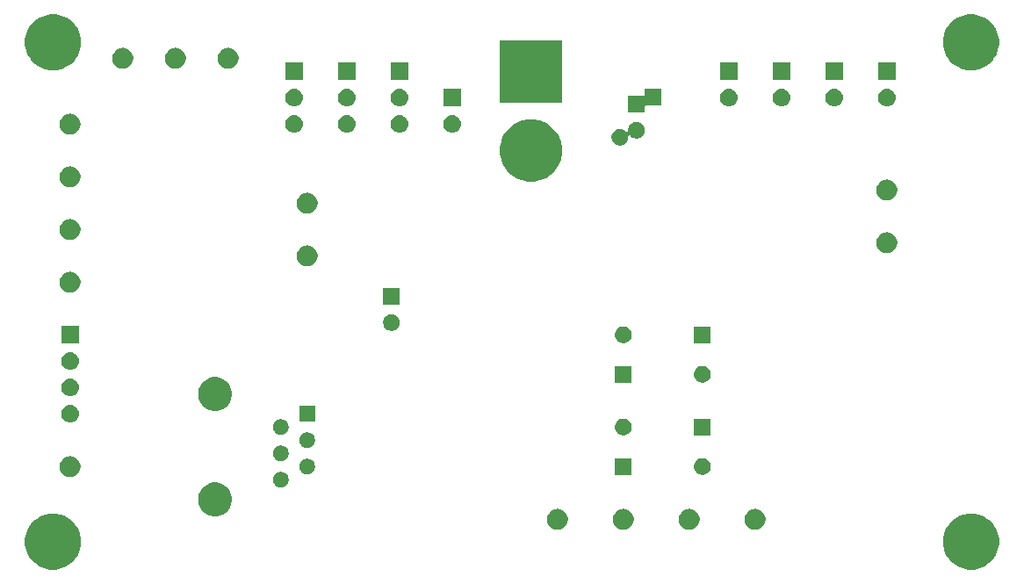
<source format=gbr>
G04 #@! TF.GenerationSoftware,KiCad,Pcbnew,5.0.2-bee76a0~70~ubuntu18.04.1*
G04 #@! TF.CreationDate,2019-06-19T23:08:53-07:00*
G04 #@! TF.ProjectId,aa-stalk-receiver-lvds,61612d73-7461-46c6-9b2d-726563656976,rev?*
G04 #@! TF.SameCoordinates,Original*
G04 #@! TF.FileFunction,Soldermask,Bot*
G04 #@! TF.FilePolarity,Negative*
%FSLAX46Y46*%
G04 Gerber Fmt 4.6, Leading zero omitted, Abs format (unit mm)*
G04 Created by KiCad (PCBNEW 5.0.2-bee76a0~70~ubuntu18.04.1) date Wed 19 Jun 2019 11:08:53 PM PDT*
%MOMM*%
%LPD*%
G01*
G04 APERTURE LIST*
%ADD10C,0.100000*%
G04 APERTURE END LIST*
D10*
G36*
X184175560Y-98622759D02*
X184626084Y-98809372D01*
X184666930Y-98826291D01*
X184686736Y-98839525D01*
X185109153Y-99121775D01*
X185485225Y-99497847D01*
X185485227Y-99497850D01*
X185509167Y-99533678D01*
X185780710Y-99940072D01*
X185984241Y-100431440D01*
X186088000Y-100953072D01*
X186088000Y-101484928D01*
X185984241Y-102006560D01*
X185780710Y-102497928D01*
X185485225Y-102940153D01*
X185109153Y-103316225D01*
X185109150Y-103316227D01*
X184666930Y-103611709D01*
X184666929Y-103611710D01*
X184666928Y-103611710D01*
X184175560Y-103815241D01*
X183653928Y-103919000D01*
X183122072Y-103919000D01*
X182600440Y-103815241D01*
X182109072Y-103611710D01*
X182109071Y-103611710D01*
X182109070Y-103611709D01*
X181666850Y-103316227D01*
X181666847Y-103316225D01*
X181290775Y-102940153D01*
X180995290Y-102497928D01*
X180791759Y-102006560D01*
X180688000Y-101484928D01*
X180688000Y-100953072D01*
X180791759Y-100431440D01*
X180995290Y-99940072D01*
X181266834Y-99533678D01*
X181290773Y-99497850D01*
X181290775Y-99497847D01*
X181666847Y-99121775D01*
X182089264Y-98839525D01*
X182109070Y-98826291D01*
X182149916Y-98809372D01*
X182600440Y-98622759D01*
X183122072Y-98519000D01*
X183653928Y-98519000D01*
X184175560Y-98622759D01*
X184175560Y-98622759D01*
G37*
G36*
X95656560Y-98622759D02*
X96107084Y-98809372D01*
X96147930Y-98826291D01*
X96167736Y-98839525D01*
X96590153Y-99121775D01*
X96966225Y-99497847D01*
X96966227Y-99497850D01*
X96990167Y-99533678D01*
X97261710Y-99940072D01*
X97465241Y-100431440D01*
X97569000Y-100953072D01*
X97569000Y-101484928D01*
X97465241Y-102006560D01*
X97261710Y-102497928D01*
X96966225Y-102940153D01*
X96590153Y-103316225D01*
X96590150Y-103316227D01*
X96147930Y-103611709D01*
X96147929Y-103611710D01*
X96147928Y-103611710D01*
X95656560Y-103815241D01*
X95134928Y-103919000D01*
X94603072Y-103919000D01*
X94081440Y-103815241D01*
X93590072Y-103611710D01*
X93590071Y-103611710D01*
X93590070Y-103611709D01*
X93147850Y-103316227D01*
X93147847Y-103316225D01*
X92771775Y-102940153D01*
X92476290Y-102497928D01*
X92272759Y-102006560D01*
X92169000Y-101484928D01*
X92169000Y-100953072D01*
X92272759Y-100431440D01*
X92476290Y-99940072D01*
X92747834Y-99533678D01*
X92771773Y-99497850D01*
X92771775Y-99497847D01*
X93147847Y-99121775D01*
X93570264Y-98839525D01*
X93590070Y-98826291D01*
X93630916Y-98809372D01*
X94081440Y-98622759D01*
X94603072Y-98519000D01*
X95134928Y-98519000D01*
X95656560Y-98622759D01*
X95656560Y-98622759D01*
G37*
G36*
X150035770Y-98075372D02*
X150151689Y-98098429D01*
X150333678Y-98173811D01*
X150497463Y-98283249D01*
X150636751Y-98422537D01*
X150746189Y-98586322D01*
X150821571Y-98768311D01*
X150860000Y-98961509D01*
X150860000Y-99158491D01*
X150821571Y-99351689D01*
X150746189Y-99533678D01*
X150636751Y-99697463D01*
X150497463Y-99836751D01*
X150333678Y-99946189D01*
X150151689Y-100021571D01*
X150035770Y-100044628D01*
X149958493Y-100060000D01*
X149761507Y-100060000D01*
X149684230Y-100044628D01*
X149568311Y-100021571D01*
X149386322Y-99946189D01*
X149222537Y-99836751D01*
X149083249Y-99697463D01*
X148973811Y-99533678D01*
X148898429Y-99351689D01*
X148860000Y-99158491D01*
X148860000Y-98961509D01*
X148898429Y-98768311D01*
X148973811Y-98586322D01*
X149083249Y-98422537D01*
X149222537Y-98283249D01*
X149386322Y-98173811D01*
X149568311Y-98098429D01*
X149684230Y-98075372D01*
X149761507Y-98060000D01*
X149958493Y-98060000D01*
X150035770Y-98075372D01*
X150035770Y-98075372D01*
G37*
G36*
X143685770Y-98075372D02*
X143801689Y-98098429D01*
X143983678Y-98173811D01*
X144147463Y-98283249D01*
X144286751Y-98422537D01*
X144396189Y-98586322D01*
X144471571Y-98768311D01*
X144510000Y-98961509D01*
X144510000Y-99158491D01*
X144471571Y-99351689D01*
X144396189Y-99533678D01*
X144286751Y-99697463D01*
X144147463Y-99836751D01*
X143983678Y-99946189D01*
X143801689Y-100021571D01*
X143685770Y-100044628D01*
X143608493Y-100060000D01*
X143411507Y-100060000D01*
X143334230Y-100044628D01*
X143218311Y-100021571D01*
X143036322Y-99946189D01*
X142872537Y-99836751D01*
X142733249Y-99697463D01*
X142623811Y-99533678D01*
X142548429Y-99351689D01*
X142510000Y-99158491D01*
X142510000Y-98961509D01*
X142548429Y-98768311D01*
X142623811Y-98586322D01*
X142733249Y-98422537D01*
X142872537Y-98283249D01*
X143036322Y-98173811D01*
X143218311Y-98098429D01*
X143334230Y-98075372D01*
X143411507Y-98060000D01*
X143608493Y-98060000D01*
X143685770Y-98075372D01*
X143685770Y-98075372D01*
G37*
G36*
X162735770Y-98075372D02*
X162851689Y-98098429D01*
X163033678Y-98173811D01*
X163197463Y-98283249D01*
X163336751Y-98422537D01*
X163446189Y-98586322D01*
X163521571Y-98768311D01*
X163560000Y-98961509D01*
X163560000Y-99158491D01*
X163521571Y-99351689D01*
X163446189Y-99533678D01*
X163336751Y-99697463D01*
X163197463Y-99836751D01*
X163033678Y-99946189D01*
X162851689Y-100021571D01*
X162735770Y-100044628D01*
X162658493Y-100060000D01*
X162461507Y-100060000D01*
X162384230Y-100044628D01*
X162268311Y-100021571D01*
X162086322Y-99946189D01*
X161922537Y-99836751D01*
X161783249Y-99697463D01*
X161673811Y-99533678D01*
X161598429Y-99351689D01*
X161560000Y-99158491D01*
X161560000Y-98961509D01*
X161598429Y-98768311D01*
X161673811Y-98586322D01*
X161783249Y-98422537D01*
X161922537Y-98283249D01*
X162086322Y-98173811D01*
X162268311Y-98098429D01*
X162384230Y-98075372D01*
X162461507Y-98060000D01*
X162658493Y-98060000D01*
X162735770Y-98075372D01*
X162735770Y-98075372D01*
G37*
G36*
X156385770Y-98075372D02*
X156501689Y-98098429D01*
X156683678Y-98173811D01*
X156847463Y-98283249D01*
X156986751Y-98422537D01*
X157096189Y-98586322D01*
X157171571Y-98768311D01*
X157210000Y-98961509D01*
X157210000Y-99158491D01*
X157171571Y-99351689D01*
X157096189Y-99533678D01*
X156986751Y-99697463D01*
X156847463Y-99836751D01*
X156683678Y-99946189D01*
X156501689Y-100021571D01*
X156385770Y-100044628D01*
X156308493Y-100060000D01*
X156111507Y-100060000D01*
X156034230Y-100044628D01*
X155918311Y-100021571D01*
X155736322Y-99946189D01*
X155572537Y-99836751D01*
X155433249Y-99697463D01*
X155323811Y-99533678D01*
X155248429Y-99351689D01*
X155210000Y-99158491D01*
X155210000Y-98961509D01*
X155248429Y-98768311D01*
X155323811Y-98586322D01*
X155433249Y-98422537D01*
X155572537Y-98283249D01*
X155736322Y-98173811D01*
X155918311Y-98098429D01*
X156034230Y-98075372D01*
X156111507Y-98060000D01*
X156308493Y-98060000D01*
X156385770Y-98075372D01*
X156385770Y-98075372D01*
G37*
G36*
X110963992Y-95587447D02*
X110963994Y-95587448D01*
X110963995Y-95587448D01*
X111259726Y-95709943D01*
X111259727Y-95709944D01*
X111525880Y-95887782D01*
X111752218Y-96114120D01*
X111752220Y-96114123D01*
X111930057Y-96380274D01*
X112052552Y-96676005D01*
X112115000Y-96989951D01*
X112115000Y-97310049D01*
X112052552Y-97623995D01*
X111930057Y-97919726D01*
X111810651Y-98098429D01*
X111752218Y-98185880D01*
X111525880Y-98412218D01*
X111525877Y-98412220D01*
X111259726Y-98590057D01*
X110963995Y-98712552D01*
X110963994Y-98712552D01*
X110963992Y-98712553D01*
X110650050Y-98775000D01*
X110329950Y-98775000D01*
X110016008Y-98712553D01*
X110016006Y-98712552D01*
X110016005Y-98712552D01*
X109720274Y-98590057D01*
X109454123Y-98412220D01*
X109454120Y-98412218D01*
X109227782Y-98185880D01*
X109169349Y-98098429D01*
X109049943Y-97919726D01*
X108927448Y-97623995D01*
X108865000Y-97310049D01*
X108865000Y-96989951D01*
X108927448Y-96676005D01*
X109049943Y-96380274D01*
X109227780Y-96114123D01*
X109227782Y-96114120D01*
X109454120Y-95887782D01*
X109720273Y-95709944D01*
X109720274Y-95709943D01*
X110016005Y-95587448D01*
X110016006Y-95587448D01*
X110016008Y-95587447D01*
X110329950Y-95525000D01*
X110650050Y-95525000D01*
X110963992Y-95587447D01*
X110963992Y-95587447D01*
G37*
G36*
X117061683Y-94519206D02*
X117199992Y-94576495D01*
X117199995Y-94576497D01*
X117307595Y-94648393D01*
X117324476Y-94659673D01*
X117430327Y-94765524D01*
X117513505Y-94890008D01*
X117570794Y-95028317D01*
X117600000Y-95175145D01*
X117600000Y-95324855D01*
X117570794Y-95471683D01*
X117513505Y-95609992D01*
X117430327Y-95734476D01*
X117324476Y-95840327D01*
X117199992Y-95923505D01*
X117061683Y-95980794D01*
X116914855Y-96010000D01*
X116765145Y-96010000D01*
X116618317Y-95980794D01*
X116480008Y-95923505D01*
X116355524Y-95840327D01*
X116249673Y-95734476D01*
X116166495Y-95609992D01*
X116109206Y-95471683D01*
X116080000Y-95324855D01*
X116080000Y-95175145D01*
X116109206Y-95028317D01*
X116166495Y-94890008D01*
X116249673Y-94765524D01*
X116355524Y-94659673D01*
X116372406Y-94648393D01*
X116480005Y-94576497D01*
X116480008Y-94576495D01*
X116618317Y-94519206D01*
X116765145Y-94490000D01*
X116914855Y-94490000D01*
X117061683Y-94519206D01*
X117061683Y-94519206D01*
G37*
G36*
X96695770Y-92995372D02*
X96811689Y-93018429D01*
X96993678Y-93093811D01*
X97157463Y-93203249D01*
X97296751Y-93342537D01*
X97406189Y-93506322D01*
X97481571Y-93688311D01*
X97520000Y-93881509D01*
X97520000Y-94078491D01*
X97481571Y-94271689D01*
X97406189Y-94453678D01*
X97296751Y-94617463D01*
X97157463Y-94756751D01*
X96993678Y-94866189D01*
X96811689Y-94941571D01*
X96695770Y-94964628D01*
X96618493Y-94980000D01*
X96421507Y-94980000D01*
X96344230Y-94964628D01*
X96228311Y-94941571D01*
X96046322Y-94866189D01*
X95882537Y-94756751D01*
X95743249Y-94617463D01*
X95633811Y-94453678D01*
X95558429Y-94271689D01*
X95520000Y-94078491D01*
X95520000Y-93881509D01*
X95558429Y-93688311D01*
X95633811Y-93506322D01*
X95743249Y-93342537D01*
X95882537Y-93203249D01*
X96046322Y-93093811D01*
X96228311Y-93018429D01*
X96344230Y-92995372D01*
X96421507Y-92980000D01*
X96618493Y-92980000D01*
X96695770Y-92995372D01*
X96695770Y-92995372D01*
G37*
G36*
X150660000Y-94780000D02*
X149060000Y-94780000D01*
X149060000Y-93180000D01*
X150660000Y-93180000D01*
X150660000Y-94780000D01*
X150660000Y-94780000D01*
G37*
G36*
X157597649Y-93187717D02*
X157636827Y-93191576D01*
X157712227Y-93214448D01*
X157787629Y-93237321D01*
X157926608Y-93311608D01*
X158048422Y-93411578D01*
X158148392Y-93533392D01*
X158222679Y-93672371D01*
X158222679Y-93672372D01*
X158268424Y-93823173D01*
X158283870Y-93980000D01*
X158274170Y-94078491D01*
X158268424Y-94136826D01*
X158222679Y-94287629D01*
X158148392Y-94426608D01*
X158048422Y-94548422D01*
X157926608Y-94648392D01*
X157787629Y-94722679D01*
X157712228Y-94745551D01*
X157636827Y-94768424D01*
X157597649Y-94772283D01*
X157519295Y-94780000D01*
X157440705Y-94780000D01*
X157362351Y-94772283D01*
X157323173Y-94768424D01*
X157247772Y-94745551D01*
X157172371Y-94722679D01*
X157033392Y-94648392D01*
X156911578Y-94548422D01*
X156811608Y-94426608D01*
X156737321Y-94287629D01*
X156691576Y-94136826D01*
X156685831Y-94078491D01*
X156676130Y-93980000D01*
X156691576Y-93823173D01*
X156737321Y-93672372D01*
X156737321Y-93672371D01*
X156811608Y-93533392D01*
X156911578Y-93411578D01*
X157033392Y-93311608D01*
X157172371Y-93237321D01*
X157247773Y-93214448D01*
X157323173Y-93191576D01*
X157362351Y-93187717D01*
X157440705Y-93180000D01*
X157519295Y-93180000D01*
X157597649Y-93187717D01*
X157597649Y-93187717D01*
G37*
G36*
X119601683Y-93249206D02*
X119739992Y-93306495D01*
X119739995Y-93306497D01*
X119793933Y-93342537D01*
X119864476Y-93389673D01*
X119970327Y-93495524D01*
X120053505Y-93620008D01*
X120110794Y-93758317D01*
X120140000Y-93905145D01*
X120140000Y-94054855D01*
X120110794Y-94201683D01*
X120053505Y-94339992D01*
X119970327Y-94464476D01*
X119864476Y-94570327D01*
X119864473Y-94570329D01*
X119864472Y-94570330D01*
X119793928Y-94617466D01*
X119739992Y-94653505D01*
X119601683Y-94710794D01*
X119454855Y-94740000D01*
X119305145Y-94740000D01*
X119158317Y-94710794D01*
X119020008Y-94653505D01*
X118966072Y-94617466D01*
X118895528Y-94570330D01*
X118895527Y-94570329D01*
X118895524Y-94570327D01*
X118789673Y-94464476D01*
X118706495Y-94339992D01*
X118649206Y-94201683D01*
X118620000Y-94054855D01*
X118620000Y-93905145D01*
X118649206Y-93758317D01*
X118706495Y-93620008D01*
X118789673Y-93495524D01*
X118895524Y-93389673D01*
X118966068Y-93342537D01*
X119020005Y-93306497D01*
X119020008Y-93306495D01*
X119158317Y-93249206D01*
X119305145Y-93220000D01*
X119454855Y-93220000D01*
X119601683Y-93249206D01*
X119601683Y-93249206D01*
G37*
G36*
X117061683Y-91979206D02*
X117199992Y-92036495D01*
X117324476Y-92119673D01*
X117430327Y-92225524D01*
X117513505Y-92350008D01*
X117570794Y-92488317D01*
X117600000Y-92635145D01*
X117600000Y-92784855D01*
X117570794Y-92931683D01*
X117513505Y-93069992D01*
X117430327Y-93194476D01*
X117324476Y-93300327D01*
X117324473Y-93300329D01*
X117324472Y-93300330D01*
X117307593Y-93311608D01*
X117199992Y-93383505D01*
X117061683Y-93440794D01*
X116914855Y-93470000D01*
X116765145Y-93470000D01*
X116618317Y-93440794D01*
X116480008Y-93383505D01*
X116372407Y-93311608D01*
X116355528Y-93300330D01*
X116355527Y-93300329D01*
X116355524Y-93300327D01*
X116249673Y-93194476D01*
X116166495Y-93069992D01*
X116109206Y-92931683D01*
X116080000Y-92784855D01*
X116080000Y-92635145D01*
X116109206Y-92488317D01*
X116166495Y-92350008D01*
X116249673Y-92225524D01*
X116355524Y-92119673D01*
X116480008Y-92036495D01*
X116618317Y-91979206D01*
X116765145Y-91950000D01*
X116914855Y-91950000D01*
X117061683Y-91979206D01*
X117061683Y-91979206D01*
G37*
G36*
X119601683Y-90709206D02*
X119739992Y-90766495D01*
X119739995Y-90766497D01*
X119847595Y-90838393D01*
X119864476Y-90849673D01*
X119970327Y-90955524D01*
X120053505Y-91080008D01*
X120110794Y-91218317D01*
X120140000Y-91365145D01*
X120140000Y-91514855D01*
X120110794Y-91661683D01*
X120053505Y-91799992D01*
X119970327Y-91924476D01*
X119864476Y-92030327D01*
X119739992Y-92113505D01*
X119601683Y-92170794D01*
X119454855Y-92200000D01*
X119305145Y-92200000D01*
X119158317Y-92170794D01*
X119020008Y-92113505D01*
X118895524Y-92030327D01*
X118789673Y-91924476D01*
X118706495Y-91799992D01*
X118649206Y-91661683D01*
X118620000Y-91514855D01*
X118620000Y-91365145D01*
X118649206Y-91218317D01*
X118706495Y-91080008D01*
X118789673Y-90955524D01*
X118895524Y-90849673D01*
X118912406Y-90838393D01*
X119020005Y-90766497D01*
X119020008Y-90766495D01*
X119158317Y-90709206D01*
X119305145Y-90680000D01*
X119454855Y-90680000D01*
X119601683Y-90709206D01*
X119601683Y-90709206D01*
G37*
G36*
X149977649Y-89377717D02*
X150016827Y-89381576D01*
X150092228Y-89404449D01*
X150167629Y-89427321D01*
X150306608Y-89501608D01*
X150428422Y-89601578D01*
X150528392Y-89723392D01*
X150602679Y-89862371D01*
X150648424Y-90013174D01*
X150663870Y-90170000D01*
X150648424Y-90326826D01*
X150602679Y-90477629D01*
X150528392Y-90616608D01*
X150428422Y-90738422D01*
X150306608Y-90838392D01*
X150167629Y-90912679D01*
X150092227Y-90935552D01*
X150016827Y-90958424D01*
X149977649Y-90962283D01*
X149899295Y-90970000D01*
X149820705Y-90970000D01*
X149742351Y-90962283D01*
X149703173Y-90958424D01*
X149627773Y-90935552D01*
X149552371Y-90912679D01*
X149413392Y-90838392D01*
X149291578Y-90738422D01*
X149191608Y-90616608D01*
X149117321Y-90477629D01*
X149071576Y-90326826D01*
X149056130Y-90170000D01*
X149071576Y-90013174D01*
X149117321Y-89862371D01*
X149191608Y-89723392D01*
X149291578Y-89601578D01*
X149413392Y-89501608D01*
X149552371Y-89427321D01*
X149627772Y-89404449D01*
X149703173Y-89381576D01*
X149742351Y-89377717D01*
X149820705Y-89370000D01*
X149899295Y-89370000D01*
X149977649Y-89377717D01*
X149977649Y-89377717D01*
G37*
G36*
X158280000Y-90970000D02*
X156680000Y-90970000D01*
X156680000Y-89370000D01*
X158280000Y-89370000D01*
X158280000Y-90970000D01*
X158280000Y-90970000D01*
G37*
G36*
X117061683Y-89439206D02*
X117199992Y-89496495D01*
X117324476Y-89579673D01*
X117430326Y-89685523D01*
X117430328Y-89685526D01*
X117430330Y-89685528D01*
X117455631Y-89723394D01*
X117513505Y-89810008D01*
X117570794Y-89948317D01*
X117600000Y-90095145D01*
X117600000Y-90244855D01*
X117570794Y-90391683D01*
X117513505Y-90529992D01*
X117430327Y-90654476D01*
X117324476Y-90760327D01*
X117199992Y-90843505D01*
X117061683Y-90900794D01*
X116914855Y-90930000D01*
X116765145Y-90930000D01*
X116618317Y-90900794D01*
X116480008Y-90843505D01*
X116355524Y-90760327D01*
X116249673Y-90654476D01*
X116166495Y-90529992D01*
X116109206Y-90391683D01*
X116080000Y-90244855D01*
X116080000Y-90095145D01*
X116109206Y-89948317D01*
X116166495Y-89810008D01*
X116224369Y-89723394D01*
X116249670Y-89685528D01*
X116249672Y-89685526D01*
X116249674Y-89685523D01*
X116355524Y-89579673D01*
X116480008Y-89496495D01*
X116618317Y-89439206D01*
X116765145Y-89410000D01*
X116914855Y-89410000D01*
X117061683Y-89439206D01*
X117061683Y-89439206D01*
G37*
G36*
X96686630Y-88062299D02*
X96846855Y-88110903D01*
X96994520Y-88189831D01*
X97123949Y-88296051D01*
X97230169Y-88425480D01*
X97309097Y-88573145D01*
X97357701Y-88733370D01*
X97374112Y-88900000D01*
X97357701Y-89066630D01*
X97309097Y-89226855D01*
X97230169Y-89374520D01*
X97123949Y-89503949D01*
X96994520Y-89610169D01*
X96846855Y-89689097D01*
X96686630Y-89737701D01*
X96561752Y-89750000D01*
X96478248Y-89750000D01*
X96353370Y-89737701D01*
X96193145Y-89689097D01*
X96045480Y-89610169D01*
X95916051Y-89503949D01*
X95809831Y-89374520D01*
X95730903Y-89226855D01*
X95682299Y-89066630D01*
X95665888Y-88900000D01*
X95682299Y-88733370D01*
X95730903Y-88573145D01*
X95809831Y-88425480D01*
X95916051Y-88296051D01*
X96045480Y-88189831D01*
X96193145Y-88110903D01*
X96353370Y-88062299D01*
X96478248Y-88050000D01*
X96561752Y-88050000D01*
X96686630Y-88062299D01*
X96686630Y-88062299D01*
G37*
G36*
X120140000Y-89660000D02*
X118620000Y-89660000D01*
X118620000Y-88140000D01*
X120140000Y-88140000D01*
X120140000Y-89660000D01*
X120140000Y-89660000D01*
G37*
G36*
X110963992Y-85427447D02*
X110963994Y-85427448D01*
X110963995Y-85427448D01*
X111259726Y-85549943D01*
X111409218Y-85649831D01*
X111525880Y-85727782D01*
X111752218Y-85954120D01*
X111752220Y-85954123D01*
X111930057Y-86220274D01*
X111987933Y-86360000D01*
X112052553Y-86516008D01*
X112115000Y-86829950D01*
X112115000Y-87150050D01*
X112105522Y-87197701D01*
X112052552Y-87463995D01*
X111930057Y-87759726D01*
X111930056Y-87759727D01*
X111752218Y-88025880D01*
X111525880Y-88252218D01*
X111525877Y-88252220D01*
X111259726Y-88430057D01*
X110963995Y-88552552D01*
X110963994Y-88552552D01*
X110963992Y-88552553D01*
X110650050Y-88615000D01*
X110329950Y-88615000D01*
X110016008Y-88552553D01*
X110016006Y-88552552D01*
X110016005Y-88552552D01*
X109720274Y-88430057D01*
X109454123Y-88252220D01*
X109454120Y-88252218D01*
X109227782Y-88025880D01*
X109049944Y-87759727D01*
X109049943Y-87759726D01*
X108927448Y-87463995D01*
X108874479Y-87197701D01*
X108865000Y-87150050D01*
X108865000Y-86829950D01*
X108927447Y-86516008D01*
X108992067Y-86360000D01*
X109049943Y-86220274D01*
X109227780Y-85954123D01*
X109227782Y-85954120D01*
X109454120Y-85727782D01*
X109570782Y-85649831D01*
X109720274Y-85549943D01*
X110016005Y-85427448D01*
X110016006Y-85427448D01*
X110016008Y-85427447D01*
X110329950Y-85365000D01*
X110650050Y-85365000D01*
X110963992Y-85427447D01*
X110963992Y-85427447D01*
G37*
G36*
X96686630Y-85522299D02*
X96846855Y-85570903D01*
X96994520Y-85649831D01*
X97123949Y-85756051D01*
X97230169Y-85885480D01*
X97309097Y-86033145D01*
X97357701Y-86193370D01*
X97374112Y-86360000D01*
X97357701Y-86526630D01*
X97309097Y-86686855D01*
X97230169Y-86834520D01*
X97123949Y-86963949D01*
X96994520Y-87070169D01*
X96846855Y-87149097D01*
X96686630Y-87197701D01*
X96561752Y-87210000D01*
X96478248Y-87210000D01*
X96353370Y-87197701D01*
X96193145Y-87149097D01*
X96045480Y-87070169D01*
X95916051Y-86963949D01*
X95809831Y-86834520D01*
X95730903Y-86686855D01*
X95682299Y-86526630D01*
X95665888Y-86360000D01*
X95682299Y-86193370D01*
X95730903Y-86033145D01*
X95809831Y-85885480D01*
X95916051Y-85756051D01*
X96045480Y-85649831D01*
X96193145Y-85570903D01*
X96353370Y-85522299D01*
X96478248Y-85510000D01*
X96561752Y-85510000D01*
X96686630Y-85522299D01*
X96686630Y-85522299D01*
G37*
G36*
X157597649Y-84297717D02*
X157636827Y-84301576D01*
X157712227Y-84324448D01*
X157787629Y-84347321D01*
X157926608Y-84421608D01*
X158048422Y-84521578D01*
X158148392Y-84643392D01*
X158222679Y-84782371D01*
X158268424Y-84933174D01*
X158283870Y-85090000D01*
X158268424Y-85246826D01*
X158222679Y-85397629D01*
X158148392Y-85536608D01*
X158048422Y-85658422D01*
X157926608Y-85758392D01*
X157787629Y-85832679D01*
X157712228Y-85855551D01*
X157636827Y-85878424D01*
X157597649Y-85882283D01*
X157519295Y-85890000D01*
X157440705Y-85890000D01*
X157362351Y-85882283D01*
X157323173Y-85878424D01*
X157247772Y-85855551D01*
X157172371Y-85832679D01*
X157033392Y-85758392D01*
X156911578Y-85658422D01*
X156811608Y-85536608D01*
X156737321Y-85397629D01*
X156691576Y-85246826D01*
X156676130Y-85090000D01*
X156691576Y-84933174D01*
X156737321Y-84782371D01*
X156811608Y-84643392D01*
X156911578Y-84521578D01*
X157033392Y-84421608D01*
X157172371Y-84347321D01*
X157247773Y-84324448D01*
X157323173Y-84301576D01*
X157362351Y-84297717D01*
X157440705Y-84290000D01*
X157519295Y-84290000D01*
X157597649Y-84297717D01*
X157597649Y-84297717D01*
G37*
G36*
X150660000Y-85890000D02*
X149060000Y-85890000D01*
X149060000Y-84290000D01*
X150660000Y-84290000D01*
X150660000Y-85890000D01*
X150660000Y-85890000D01*
G37*
G36*
X96686630Y-82982299D02*
X96846855Y-83030903D01*
X96994520Y-83109831D01*
X97123949Y-83216051D01*
X97230169Y-83345480D01*
X97309097Y-83493145D01*
X97357701Y-83653370D01*
X97374112Y-83820000D01*
X97357701Y-83986630D01*
X97309097Y-84146855D01*
X97230169Y-84294520D01*
X97123949Y-84423949D01*
X96994520Y-84530169D01*
X96846855Y-84609097D01*
X96686630Y-84657701D01*
X96561752Y-84670000D01*
X96478248Y-84670000D01*
X96353370Y-84657701D01*
X96193145Y-84609097D01*
X96045480Y-84530169D01*
X95916051Y-84423949D01*
X95809831Y-84294520D01*
X95730903Y-84146855D01*
X95682299Y-83986630D01*
X95665888Y-83820000D01*
X95682299Y-83653370D01*
X95730903Y-83493145D01*
X95809831Y-83345480D01*
X95916051Y-83216051D01*
X96045480Y-83109831D01*
X96193145Y-83030903D01*
X96353370Y-82982299D01*
X96478248Y-82970000D01*
X96561752Y-82970000D01*
X96686630Y-82982299D01*
X96686630Y-82982299D01*
G37*
G36*
X97370000Y-82130000D02*
X95670000Y-82130000D01*
X95670000Y-80430000D01*
X97370000Y-80430000D01*
X97370000Y-82130000D01*
X97370000Y-82130000D01*
G37*
G36*
X149977649Y-80487717D02*
X150016827Y-80491576D01*
X150092227Y-80514448D01*
X150167629Y-80537321D01*
X150306608Y-80611608D01*
X150428422Y-80711578D01*
X150528392Y-80833392D01*
X150602679Y-80972371D01*
X150648424Y-81123174D01*
X150663870Y-81280000D01*
X150648424Y-81436826D01*
X150602679Y-81587629D01*
X150528392Y-81726608D01*
X150428422Y-81848422D01*
X150306608Y-81948392D01*
X150167629Y-82022679D01*
X150092227Y-82045552D01*
X150016827Y-82068424D01*
X149977649Y-82072283D01*
X149899295Y-82080000D01*
X149820705Y-82080000D01*
X149742351Y-82072283D01*
X149703173Y-82068424D01*
X149627773Y-82045552D01*
X149552371Y-82022679D01*
X149413392Y-81948392D01*
X149291578Y-81848422D01*
X149191608Y-81726608D01*
X149117321Y-81587629D01*
X149071576Y-81436826D01*
X149056130Y-81280000D01*
X149071576Y-81123174D01*
X149117321Y-80972371D01*
X149191608Y-80833392D01*
X149291578Y-80711578D01*
X149413392Y-80611608D01*
X149552371Y-80537321D01*
X149627773Y-80514448D01*
X149703173Y-80491576D01*
X149742351Y-80487717D01*
X149820705Y-80480000D01*
X149899295Y-80480000D01*
X149977649Y-80487717D01*
X149977649Y-80487717D01*
G37*
G36*
X158280000Y-82080000D02*
X156680000Y-82080000D01*
X156680000Y-80480000D01*
X158280000Y-80480000D01*
X158280000Y-82080000D01*
X158280000Y-82080000D01*
G37*
G36*
X127741352Y-79327743D02*
X127886941Y-79388048D01*
X128017973Y-79475601D01*
X128129399Y-79587027D01*
X128216952Y-79718059D01*
X128277257Y-79863648D01*
X128308000Y-80018205D01*
X128308000Y-80175795D01*
X128277257Y-80330352D01*
X128216952Y-80475941D01*
X128129399Y-80606973D01*
X128017973Y-80718399D01*
X127886941Y-80805952D01*
X127741352Y-80866257D01*
X127586795Y-80897000D01*
X127429205Y-80897000D01*
X127274648Y-80866257D01*
X127129059Y-80805952D01*
X126998027Y-80718399D01*
X126886601Y-80606973D01*
X126799048Y-80475941D01*
X126738743Y-80330352D01*
X126708000Y-80175795D01*
X126708000Y-80018205D01*
X126738743Y-79863648D01*
X126799048Y-79718059D01*
X126886601Y-79587027D01*
X126998027Y-79475601D01*
X127129059Y-79388048D01*
X127274648Y-79327743D01*
X127429205Y-79297000D01*
X127586795Y-79297000D01*
X127741352Y-79327743D01*
X127741352Y-79327743D01*
G37*
G36*
X128308000Y-78397000D02*
X126708000Y-78397000D01*
X126708000Y-76797000D01*
X128308000Y-76797000D01*
X128308000Y-78397000D01*
X128308000Y-78397000D01*
G37*
G36*
X96695770Y-75215372D02*
X96811689Y-75238429D01*
X96993678Y-75313811D01*
X97157463Y-75423249D01*
X97296751Y-75562537D01*
X97406189Y-75726322D01*
X97481571Y-75908311D01*
X97520000Y-76101509D01*
X97520000Y-76298491D01*
X97481571Y-76491689D01*
X97406189Y-76673678D01*
X97296751Y-76837463D01*
X97157463Y-76976751D01*
X96993678Y-77086189D01*
X96811689Y-77161571D01*
X96695770Y-77184628D01*
X96618493Y-77200000D01*
X96421507Y-77200000D01*
X96344230Y-77184628D01*
X96228311Y-77161571D01*
X96046322Y-77086189D01*
X95882537Y-76976751D01*
X95743249Y-76837463D01*
X95633811Y-76673678D01*
X95558429Y-76491689D01*
X95520000Y-76298491D01*
X95520000Y-76101509D01*
X95558429Y-75908311D01*
X95633811Y-75726322D01*
X95743249Y-75562537D01*
X95882537Y-75423249D01*
X96046322Y-75313811D01*
X96228311Y-75238429D01*
X96344230Y-75215372D01*
X96421507Y-75200000D01*
X96618493Y-75200000D01*
X96695770Y-75215372D01*
X96695770Y-75215372D01*
G37*
G36*
X119555770Y-72675372D02*
X119671689Y-72698429D01*
X119853678Y-72773811D01*
X120017463Y-72883249D01*
X120156751Y-73022537D01*
X120266189Y-73186322D01*
X120341571Y-73368311D01*
X120380000Y-73561509D01*
X120380000Y-73758491D01*
X120341571Y-73951689D01*
X120266189Y-74133678D01*
X120156751Y-74297463D01*
X120017463Y-74436751D01*
X119853678Y-74546189D01*
X119671689Y-74621571D01*
X119555770Y-74644628D01*
X119478493Y-74660000D01*
X119281507Y-74660000D01*
X119204230Y-74644628D01*
X119088311Y-74621571D01*
X118906322Y-74546189D01*
X118742537Y-74436751D01*
X118603249Y-74297463D01*
X118493811Y-74133678D01*
X118418429Y-73951689D01*
X118380000Y-73758491D01*
X118380000Y-73561509D01*
X118418429Y-73368311D01*
X118493811Y-73186322D01*
X118603249Y-73022537D01*
X118742537Y-72883249D01*
X118906322Y-72773811D01*
X119088311Y-72698429D01*
X119204230Y-72675372D01*
X119281507Y-72660000D01*
X119478493Y-72660000D01*
X119555770Y-72675372D01*
X119555770Y-72675372D01*
G37*
G36*
X175435770Y-71405372D02*
X175551689Y-71428429D01*
X175733678Y-71503811D01*
X175897463Y-71613249D01*
X176036751Y-71752537D01*
X176146189Y-71916322D01*
X176221571Y-72098311D01*
X176260000Y-72291509D01*
X176260000Y-72488491D01*
X176221571Y-72681689D01*
X176146189Y-72863678D01*
X176036751Y-73027463D01*
X175897463Y-73166751D01*
X175733678Y-73276189D01*
X175551689Y-73351571D01*
X175435770Y-73374628D01*
X175358493Y-73390000D01*
X175161507Y-73390000D01*
X175084230Y-73374628D01*
X174968311Y-73351571D01*
X174786322Y-73276189D01*
X174622537Y-73166751D01*
X174483249Y-73027463D01*
X174373811Y-72863678D01*
X174298429Y-72681689D01*
X174260000Y-72488491D01*
X174260000Y-72291509D01*
X174298429Y-72098311D01*
X174373811Y-71916322D01*
X174483249Y-71752537D01*
X174622537Y-71613249D01*
X174786322Y-71503811D01*
X174968311Y-71428429D01*
X175084230Y-71405372D01*
X175161507Y-71390000D01*
X175358493Y-71390000D01*
X175435770Y-71405372D01*
X175435770Y-71405372D01*
G37*
G36*
X96695770Y-70135372D02*
X96811689Y-70158429D01*
X96993678Y-70233811D01*
X97157463Y-70343249D01*
X97296751Y-70482537D01*
X97406189Y-70646322D01*
X97481571Y-70828311D01*
X97520000Y-71021509D01*
X97520000Y-71218491D01*
X97481571Y-71411689D01*
X97406189Y-71593678D01*
X97296751Y-71757463D01*
X97157463Y-71896751D01*
X96993678Y-72006189D01*
X96811689Y-72081571D01*
X96695770Y-72104628D01*
X96618493Y-72120000D01*
X96421507Y-72120000D01*
X96344230Y-72104628D01*
X96228311Y-72081571D01*
X96046322Y-72006189D01*
X95882537Y-71896751D01*
X95743249Y-71757463D01*
X95633811Y-71593678D01*
X95558429Y-71411689D01*
X95520000Y-71218491D01*
X95520000Y-71021509D01*
X95558429Y-70828311D01*
X95633811Y-70646322D01*
X95743249Y-70482537D01*
X95882537Y-70343249D01*
X96046322Y-70233811D01*
X96228311Y-70158429D01*
X96344230Y-70135372D01*
X96421507Y-70120000D01*
X96618493Y-70120000D01*
X96695770Y-70135372D01*
X96695770Y-70135372D01*
G37*
G36*
X119555770Y-67595372D02*
X119671689Y-67618429D01*
X119853678Y-67693811D01*
X120017463Y-67803249D01*
X120156751Y-67942537D01*
X120266189Y-68106322D01*
X120341571Y-68288311D01*
X120380000Y-68481509D01*
X120380000Y-68678491D01*
X120341571Y-68871689D01*
X120266189Y-69053678D01*
X120156751Y-69217463D01*
X120017463Y-69356751D01*
X119853678Y-69466189D01*
X119671689Y-69541571D01*
X119555770Y-69564628D01*
X119478493Y-69580000D01*
X119281507Y-69580000D01*
X119204230Y-69564628D01*
X119088311Y-69541571D01*
X118906322Y-69466189D01*
X118742537Y-69356751D01*
X118603249Y-69217463D01*
X118493811Y-69053678D01*
X118418429Y-68871689D01*
X118380000Y-68678491D01*
X118380000Y-68481509D01*
X118418429Y-68288311D01*
X118493811Y-68106322D01*
X118603249Y-67942537D01*
X118742537Y-67803249D01*
X118906322Y-67693811D01*
X119088311Y-67618429D01*
X119204230Y-67595372D01*
X119281507Y-67580000D01*
X119478493Y-67580000D01*
X119555770Y-67595372D01*
X119555770Y-67595372D01*
G37*
G36*
X175435770Y-66325372D02*
X175551689Y-66348429D01*
X175733678Y-66423811D01*
X175897463Y-66533249D01*
X176036751Y-66672537D01*
X176146189Y-66836322D01*
X176221571Y-67018311D01*
X176260000Y-67211509D01*
X176260000Y-67408491D01*
X176221571Y-67601689D01*
X176146189Y-67783678D01*
X176036751Y-67947463D01*
X175897463Y-68086751D01*
X175733678Y-68196189D01*
X175551689Y-68271571D01*
X175435770Y-68294628D01*
X175358493Y-68310000D01*
X175161507Y-68310000D01*
X175084230Y-68294628D01*
X174968311Y-68271571D01*
X174786322Y-68196189D01*
X174622537Y-68086751D01*
X174483249Y-67947463D01*
X174373811Y-67783678D01*
X174298429Y-67601689D01*
X174260000Y-67408491D01*
X174260000Y-67211509D01*
X174298429Y-67018311D01*
X174373811Y-66836322D01*
X174483249Y-66672537D01*
X174622537Y-66533249D01*
X174786322Y-66423811D01*
X174968311Y-66348429D01*
X175084230Y-66325372D01*
X175161507Y-66310000D01*
X175358493Y-66310000D01*
X175435770Y-66325372D01*
X175435770Y-66325372D01*
G37*
G36*
X96695770Y-65055372D02*
X96811689Y-65078429D01*
X96993678Y-65153811D01*
X97157463Y-65263249D01*
X97296751Y-65402537D01*
X97406189Y-65566322D01*
X97481571Y-65748311D01*
X97520000Y-65941509D01*
X97520000Y-66138491D01*
X97481571Y-66331689D01*
X97406189Y-66513678D01*
X97296751Y-66677463D01*
X97157463Y-66816751D01*
X96993678Y-66926189D01*
X96811689Y-67001571D01*
X96695770Y-67024628D01*
X96618493Y-67040000D01*
X96421507Y-67040000D01*
X96344230Y-67024628D01*
X96228311Y-67001571D01*
X96046322Y-66926189D01*
X95882537Y-66816751D01*
X95743249Y-66677463D01*
X95633811Y-66513678D01*
X95558429Y-66331689D01*
X95520000Y-66138491D01*
X95520000Y-65941509D01*
X95558429Y-65748311D01*
X95633811Y-65566322D01*
X95743249Y-65402537D01*
X95882537Y-65263249D01*
X96046322Y-65153811D01*
X96228311Y-65078429D01*
X96344230Y-65055372D01*
X96421507Y-65040000D01*
X96618493Y-65040000D01*
X96695770Y-65055372D01*
X96695770Y-65055372D01*
G37*
G36*
X141844989Y-60615538D02*
X141844991Y-60615539D01*
X141844992Y-60615539D01*
X142390909Y-60841665D01*
X142695266Y-61045030D01*
X142882225Y-61169952D01*
X143300048Y-61587775D01*
X143300050Y-61587778D01*
X143628335Y-62079091D01*
X143785818Y-62459289D01*
X143854462Y-62625011D01*
X143969740Y-63204550D01*
X143969740Y-63795449D01*
X143854461Y-64374992D01*
X143628335Y-64920909D01*
X143628334Y-64920910D01*
X143300048Y-65412225D01*
X142882225Y-65830048D01*
X142882222Y-65830050D01*
X142390909Y-66158335D01*
X141844992Y-66384461D01*
X141844991Y-66384461D01*
X141844989Y-66384462D01*
X141265450Y-66499740D01*
X140674550Y-66499740D01*
X140095011Y-66384462D01*
X140095009Y-66384461D01*
X140095008Y-66384461D01*
X139549091Y-66158335D01*
X139057778Y-65830050D01*
X139057775Y-65830048D01*
X138639952Y-65412225D01*
X138311666Y-64920910D01*
X138311665Y-64920909D01*
X138085539Y-64374992D01*
X137970260Y-63795449D01*
X137970260Y-63204550D01*
X138085538Y-62625011D01*
X138154182Y-62459289D01*
X138311665Y-62079091D01*
X138639950Y-61587778D01*
X138639952Y-61587775D01*
X139057775Y-61169952D01*
X139244734Y-61045030D01*
X139549091Y-60841665D01*
X140095008Y-60615539D01*
X140095009Y-60615539D01*
X140095011Y-60615538D01*
X140674550Y-60500260D01*
X141265450Y-60500260D01*
X141844989Y-60615538D01*
X141844989Y-60615538D01*
G37*
G36*
X151363352Y-60785743D02*
X151508941Y-60846048D01*
X151639973Y-60933601D01*
X151751399Y-61045027D01*
X151838952Y-61176059D01*
X151899257Y-61321648D01*
X151930000Y-61476205D01*
X151930000Y-61633795D01*
X151899257Y-61788352D01*
X151838952Y-61933941D01*
X151751399Y-62064973D01*
X151639973Y-62176399D01*
X151508941Y-62263952D01*
X151363352Y-62324257D01*
X151208795Y-62355000D01*
X151051205Y-62355000D01*
X150896648Y-62324257D01*
X150751059Y-62263952D01*
X150620027Y-62176399D01*
X150543388Y-62099760D01*
X150524446Y-62084214D01*
X150502835Y-62072663D01*
X150479386Y-62065550D01*
X150455000Y-62063148D01*
X150430614Y-62065550D01*
X150407165Y-62072663D01*
X150385554Y-62084214D01*
X150366612Y-62099760D01*
X150351066Y-62118702D01*
X150339515Y-62140313D01*
X150332402Y-62163762D01*
X150330000Y-62188148D01*
X150330000Y-62304732D01*
X150299257Y-62459289D01*
X150238952Y-62604878D01*
X150151399Y-62735910D01*
X150039973Y-62847336D01*
X149908941Y-62934889D01*
X149763352Y-62995194D01*
X149608795Y-63025937D01*
X149451205Y-63025937D01*
X149296648Y-62995194D01*
X149151059Y-62934889D01*
X149020027Y-62847336D01*
X148908601Y-62735910D01*
X148821048Y-62604878D01*
X148760743Y-62459289D01*
X148730000Y-62304732D01*
X148730000Y-62147142D01*
X148760743Y-61992585D01*
X148821048Y-61846996D01*
X148908601Y-61715964D01*
X149020027Y-61604538D01*
X149151059Y-61516985D01*
X149296648Y-61456680D01*
X149451205Y-61425937D01*
X149608795Y-61425937D01*
X149763352Y-61456680D01*
X149908941Y-61516985D01*
X150039973Y-61604538D01*
X150116612Y-61681177D01*
X150135554Y-61696723D01*
X150157165Y-61708274D01*
X150180614Y-61715387D01*
X150205000Y-61717789D01*
X150229386Y-61715387D01*
X150252835Y-61708274D01*
X150274446Y-61696723D01*
X150293388Y-61681177D01*
X150308934Y-61662235D01*
X150320485Y-61640624D01*
X150327598Y-61617175D01*
X150330000Y-61592789D01*
X150330000Y-61476205D01*
X150360743Y-61321648D01*
X150421048Y-61176059D01*
X150508601Y-61045027D01*
X150620027Y-60933601D01*
X150751059Y-60846048D01*
X150896648Y-60785743D01*
X151051205Y-60755000D01*
X151208795Y-60755000D01*
X151363352Y-60785743D01*
X151363352Y-60785743D01*
G37*
G36*
X96695770Y-59975372D02*
X96811689Y-59998429D01*
X96993678Y-60073811D01*
X97157463Y-60183249D01*
X97296751Y-60322537D01*
X97406189Y-60486322D01*
X97481571Y-60668311D01*
X97498814Y-60755000D01*
X97520000Y-60861507D01*
X97520000Y-61058493D01*
X97504628Y-61135770D01*
X97481571Y-61251689D01*
X97406189Y-61433678D01*
X97296751Y-61597463D01*
X97157463Y-61736751D01*
X96993678Y-61846189D01*
X96811689Y-61921571D01*
X96695770Y-61944628D01*
X96618493Y-61960000D01*
X96421507Y-61960000D01*
X96344230Y-61944628D01*
X96228311Y-61921571D01*
X96046322Y-61846189D01*
X95882537Y-61736751D01*
X95743249Y-61597463D01*
X95633811Y-61433678D01*
X95558429Y-61251689D01*
X95535372Y-61135770D01*
X95520000Y-61058493D01*
X95520000Y-60861507D01*
X95541186Y-60755000D01*
X95558429Y-60668311D01*
X95633811Y-60486322D01*
X95743249Y-60322537D01*
X95882537Y-60183249D01*
X96046322Y-60073811D01*
X96228311Y-59998429D01*
X96344230Y-59975372D01*
X96421507Y-59960000D01*
X96618493Y-59960000D01*
X96695770Y-59975372D01*
X96695770Y-59975372D01*
G37*
G36*
X118276630Y-60122299D02*
X118436855Y-60170903D01*
X118584520Y-60249831D01*
X118713949Y-60356051D01*
X118820169Y-60485480D01*
X118899097Y-60633145D01*
X118947701Y-60793370D01*
X118964112Y-60960000D01*
X118947701Y-61126630D01*
X118899097Y-61286855D01*
X118820169Y-61434520D01*
X118713949Y-61563949D01*
X118584520Y-61670169D01*
X118436855Y-61749097D01*
X118276630Y-61797701D01*
X118151752Y-61810000D01*
X118068248Y-61810000D01*
X117943370Y-61797701D01*
X117783145Y-61749097D01*
X117635480Y-61670169D01*
X117506051Y-61563949D01*
X117399831Y-61434520D01*
X117320903Y-61286855D01*
X117272299Y-61126630D01*
X117255888Y-60960000D01*
X117272299Y-60793370D01*
X117320903Y-60633145D01*
X117399831Y-60485480D01*
X117506051Y-60356051D01*
X117635480Y-60249831D01*
X117783145Y-60170903D01*
X117943370Y-60122299D01*
X118068248Y-60110000D01*
X118151752Y-60110000D01*
X118276630Y-60122299D01*
X118276630Y-60122299D01*
G37*
G36*
X133516630Y-60122299D02*
X133676855Y-60170903D01*
X133824520Y-60249831D01*
X133953949Y-60356051D01*
X134060169Y-60485480D01*
X134139097Y-60633145D01*
X134187701Y-60793370D01*
X134204112Y-60960000D01*
X134187701Y-61126630D01*
X134139097Y-61286855D01*
X134060169Y-61434520D01*
X133953949Y-61563949D01*
X133824520Y-61670169D01*
X133676855Y-61749097D01*
X133516630Y-61797701D01*
X133391752Y-61810000D01*
X133308248Y-61810000D01*
X133183370Y-61797701D01*
X133023145Y-61749097D01*
X132875480Y-61670169D01*
X132746051Y-61563949D01*
X132639831Y-61434520D01*
X132560903Y-61286855D01*
X132512299Y-61126630D01*
X132495888Y-60960000D01*
X132512299Y-60793370D01*
X132560903Y-60633145D01*
X132639831Y-60485480D01*
X132746051Y-60356051D01*
X132875480Y-60249831D01*
X133023145Y-60170903D01*
X133183370Y-60122299D01*
X133308248Y-60110000D01*
X133391752Y-60110000D01*
X133516630Y-60122299D01*
X133516630Y-60122299D01*
G37*
G36*
X128436630Y-60122299D02*
X128596855Y-60170903D01*
X128744520Y-60249831D01*
X128873949Y-60356051D01*
X128980169Y-60485480D01*
X129059097Y-60633145D01*
X129107701Y-60793370D01*
X129124112Y-60960000D01*
X129107701Y-61126630D01*
X129059097Y-61286855D01*
X128980169Y-61434520D01*
X128873949Y-61563949D01*
X128744520Y-61670169D01*
X128596855Y-61749097D01*
X128436630Y-61797701D01*
X128311752Y-61810000D01*
X128228248Y-61810000D01*
X128103370Y-61797701D01*
X127943145Y-61749097D01*
X127795480Y-61670169D01*
X127666051Y-61563949D01*
X127559831Y-61434520D01*
X127480903Y-61286855D01*
X127432299Y-61126630D01*
X127415888Y-60960000D01*
X127432299Y-60793370D01*
X127480903Y-60633145D01*
X127559831Y-60485480D01*
X127666051Y-60356051D01*
X127795480Y-60249831D01*
X127943145Y-60170903D01*
X128103370Y-60122299D01*
X128228248Y-60110000D01*
X128311752Y-60110000D01*
X128436630Y-60122299D01*
X128436630Y-60122299D01*
G37*
G36*
X123356630Y-60122299D02*
X123516855Y-60170903D01*
X123664520Y-60249831D01*
X123793949Y-60356051D01*
X123900169Y-60485480D01*
X123979097Y-60633145D01*
X124027701Y-60793370D01*
X124044112Y-60960000D01*
X124027701Y-61126630D01*
X123979097Y-61286855D01*
X123900169Y-61434520D01*
X123793949Y-61563949D01*
X123664520Y-61670169D01*
X123516855Y-61749097D01*
X123356630Y-61797701D01*
X123231752Y-61810000D01*
X123148248Y-61810000D01*
X123023370Y-61797701D01*
X122863145Y-61749097D01*
X122715480Y-61670169D01*
X122586051Y-61563949D01*
X122479831Y-61434520D01*
X122400903Y-61286855D01*
X122352299Y-61126630D01*
X122335888Y-60960000D01*
X122352299Y-60793370D01*
X122400903Y-60633145D01*
X122479831Y-60485480D01*
X122586051Y-60356051D01*
X122715480Y-60249831D01*
X122863145Y-60170903D01*
X123023370Y-60122299D01*
X123148248Y-60110000D01*
X123231752Y-60110000D01*
X123356630Y-60122299D01*
X123356630Y-60122299D01*
G37*
G36*
X153530000Y-59184063D02*
X152055000Y-59184063D01*
X152030614Y-59186465D01*
X152007165Y-59193578D01*
X151985554Y-59205129D01*
X151966612Y-59220675D01*
X151951066Y-59239617D01*
X151939515Y-59261228D01*
X151932402Y-59284677D01*
X151930000Y-59309063D01*
X151930000Y-59855000D01*
X150330000Y-59855000D01*
X150330000Y-58255000D01*
X151805000Y-58255000D01*
X151829386Y-58252598D01*
X151852835Y-58245485D01*
X151874446Y-58233934D01*
X151893388Y-58218388D01*
X151908934Y-58199446D01*
X151920485Y-58177835D01*
X151927598Y-58154386D01*
X151930000Y-58130000D01*
X151930000Y-57584063D01*
X153530000Y-57584063D01*
X153530000Y-59184063D01*
X153530000Y-59184063D01*
G37*
G36*
X160186630Y-57582299D02*
X160346855Y-57630903D01*
X160494520Y-57709831D01*
X160623949Y-57816051D01*
X160730169Y-57945480D01*
X160809097Y-58093145D01*
X160857701Y-58253370D01*
X160874112Y-58420000D01*
X160857701Y-58586630D01*
X160809097Y-58746855D01*
X160730169Y-58894520D01*
X160623949Y-59023949D01*
X160494520Y-59130169D01*
X160346855Y-59209097D01*
X160186630Y-59257701D01*
X160061752Y-59270000D01*
X159978248Y-59270000D01*
X159853370Y-59257701D01*
X159693145Y-59209097D01*
X159545480Y-59130169D01*
X159416051Y-59023949D01*
X159309831Y-58894520D01*
X159230903Y-58746855D01*
X159182299Y-58586630D01*
X159165888Y-58420000D01*
X159182299Y-58253370D01*
X159230903Y-58093145D01*
X159309831Y-57945480D01*
X159416051Y-57816051D01*
X159545480Y-57709831D01*
X159693145Y-57630903D01*
X159853370Y-57582299D01*
X159978248Y-57570000D01*
X160061752Y-57570000D01*
X160186630Y-57582299D01*
X160186630Y-57582299D01*
G37*
G36*
X175426630Y-57582299D02*
X175586855Y-57630903D01*
X175734520Y-57709831D01*
X175863949Y-57816051D01*
X175970169Y-57945480D01*
X176049097Y-58093145D01*
X176097701Y-58253370D01*
X176114112Y-58420000D01*
X176097701Y-58586630D01*
X176049097Y-58746855D01*
X175970169Y-58894520D01*
X175863949Y-59023949D01*
X175734520Y-59130169D01*
X175586855Y-59209097D01*
X175426630Y-59257701D01*
X175301752Y-59270000D01*
X175218248Y-59270000D01*
X175093370Y-59257701D01*
X174933145Y-59209097D01*
X174785480Y-59130169D01*
X174656051Y-59023949D01*
X174549831Y-58894520D01*
X174470903Y-58746855D01*
X174422299Y-58586630D01*
X174405888Y-58420000D01*
X174422299Y-58253370D01*
X174470903Y-58093145D01*
X174549831Y-57945480D01*
X174656051Y-57816051D01*
X174785480Y-57709831D01*
X174933145Y-57630903D01*
X175093370Y-57582299D01*
X175218248Y-57570000D01*
X175301752Y-57570000D01*
X175426630Y-57582299D01*
X175426630Y-57582299D01*
G37*
G36*
X170346630Y-57582299D02*
X170506855Y-57630903D01*
X170654520Y-57709831D01*
X170783949Y-57816051D01*
X170890169Y-57945480D01*
X170969097Y-58093145D01*
X171017701Y-58253370D01*
X171034112Y-58420000D01*
X171017701Y-58586630D01*
X170969097Y-58746855D01*
X170890169Y-58894520D01*
X170783949Y-59023949D01*
X170654520Y-59130169D01*
X170506855Y-59209097D01*
X170346630Y-59257701D01*
X170221752Y-59270000D01*
X170138248Y-59270000D01*
X170013370Y-59257701D01*
X169853145Y-59209097D01*
X169705480Y-59130169D01*
X169576051Y-59023949D01*
X169469831Y-58894520D01*
X169390903Y-58746855D01*
X169342299Y-58586630D01*
X169325888Y-58420000D01*
X169342299Y-58253370D01*
X169390903Y-58093145D01*
X169469831Y-57945480D01*
X169576051Y-57816051D01*
X169705480Y-57709831D01*
X169853145Y-57630903D01*
X170013370Y-57582299D01*
X170138248Y-57570000D01*
X170221752Y-57570000D01*
X170346630Y-57582299D01*
X170346630Y-57582299D01*
G37*
G36*
X165266630Y-57582299D02*
X165426855Y-57630903D01*
X165574520Y-57709831D01*
X165703949Y-57816051D01*
X165810169Y-57945480D01*
X165889097Y-58093145D01*
X165937701Y-58253370D01*
X165954112Y-58420000D01*
X165937701Y-58586630D01*
X165889097Y-58746855D01*
X165810169Y-58894520D01*
X165703949Y-59023949D01*
X165574520Y-59130169D01*
X165426855Y-59209097D01*
X165266630Y-59257701D01*
X165141752Y-59270000D01*
X165058248Y-59270000D01*
X164933370Y-59257701D01*
X164773145Y-59209097D01*
X164625480Y-59130169D01*
X164496051Y-59023949D01*
X164389831Y-58894520D01*
X164310903Y-58746855D01*
X164262299Y-58586630D01*
X164245888Y-58420000D01*
X164262299Y-58253370D01*
X164310903Y-58093145D01*
X164389831Y-57945480D01*
X164496051Y-57816051D01*
X164625480Y-57709831D01*
X164773145Y-57630903D01*
X164933370Y-57582299D01*
X165058248Y-57570000D01*
X165141752Y-57570000D01*
X165266630Y-57582299D01*
X165266630Y-57582299D01*
G37*
G36*
X118276630Y-57582299D02*
X118436855Y-57630903D01*
X118584520Y-57709831D01*
X118713949Y-57816051D01*
X118820169Y-57945480D01*
X118899097Y-58093145D01*
X118947701Y-58253370D01*
X118964112Y-58420000D01*
X118947701Y-58586630D01*
X118899097Y-58746855D01*
X118820169Y-58894520D01*
X118713949Y-59023949D01*
X118584520Y-59130169D01*
X118436855Y-59209097D01*
X118276630Y-59257701D01*
X118151752Y-59270000D01*
X118068248Y-59270000D01*
X117943370Y-59257701D01*
X117783145Y-59209097D01*
X117635480Y-59130169D01*
X117506051Y-59023949D01*
X117399831Y-58894520D01*
X117320903Y-58746855D01*
X117272299Y-58586630D01*
X117255888Y-58420000D01*
X117272299Y-58253370D01*
X117320903Y-58093145D01*
X117399831Y-57945480D01*
X117506051Y-57816051D01*
X117635480Y-57709831D01*
X117783145Y-57630903D01*
X117943370Y-57582299D01*
X118068248Y-57570000D01*
X118151752Y-57570000D01*
X118276630Y-57582299D01*
X118276630Y-57582299D01*
G37*
G36*
X128436630Y-57582299D02*
X128596855Y-57630903D01*
X128744520Y-57709831D01*
X128873949Y-57816051D01*
X128980169Y-57945480D01*
X129059097Y-58093145D01*
X129107701Y-58253370D01*
X129124112Y-58420000D01*
X129107701Y-58586630D01*
X129059097Y-58746855D01*
X128980169Y-58894520D01*
X128873949Y-59023949D01*
X128744520Y-59130169D01*
X128596855Y-59209097D01*
X128436630Y-59257701D01*
X128311752Y-59270000D01*
X128228248Y-59270000D01*
X128103370Y-59257701D01*
X127943145Y-59209097D01*
X127795480Y-59130169D01*
X127666051Y-59023949D01*
X127559831Y-58894520D01*
X127480903Y-58746855D01*
X127432299Y-58586630D01*
X127415888Y-58420000D01*
X127432299Y-58253370D01*
X127480903Y-58093145D01*
X127559831Y-57945480D01*
X127666051Y-57816051D01*
X127795480Y-57709831D01*
X127943145Y-57630903D01*
X128103370Y-57582299D01*
X128228248Y-57570000D01*
X128311752Y-57570000D01*
X128436630Y-57582299D01*
X128436630Y-57582299D01*
G37*
G36*
X123356630Y-57582299D02*
X123516855Y-57630903D01*
X123664520Y-57709831D01*
X123793949Y-57816051D01*
X123900169Y-57945480D01*
X123979097Y-58093145D01*
X124027701Y-58253370D01*
X124044112Y-58420000D01*
X124027701Y-58586630D01*
X123979097Y-58746855D01*
X123900169Y-58894520D01*
X123793949Y-59023949D01*
X123664520Y-59130169D01*
X123516855Y-59209097D01*
X123356630Y-59257701D01*
X123231752Y-59270000D01*
X123148248Y-59270000D01*
X123023370Y-59257701D01*
X122863145Y-59209097D01*
X122715480Y-59130169D01*
X122586051Y-59023949D01*
X122479831Y-58894520D01*
X122400903Y-58746855D01*
X122352299Y-58586630D01*
X122335888Y-58420000D01*
X122352299Y-58253370D01*
X122400903Y-58093145D01*
X122479831Y-57945480D01*
X122586051Y-57816051D01*
X122715480Y-57709831D01*
X122863145Y-57630903D01*
X123023370Y-57582299D01*
X123148248Y-57570000D01*
X123231752Y-57570000D01*
X123356630Y-57582299D01*
X123356630Y-57582299D01*
G37*
G36*
X134200000Y-59270000D02*
X132500000Y-59270000D01*
X132500000Y-57570000D01*
X134200000Y-57570000D01*
X134200000Y-59270000D01*
X134200000Y-59270000D01*
G37*
G36*
X143969740Y-58879740D02*
X137970260Y-58879740D01*
X137970260Y-52880260D01*
X143969740Y-52880260D01*
X143969740Y-58879740D01*
X143969740Y-58879740D01*
G37*
G36*
X160870000Y-56730000D02*
X159170000Y-56730000D01*
X159170000Y-55030000D01*
X160870000Y-55030000D01*
X160870000Y-56730000D01*
X160870000Y-56730000D01*
G37*
G36*
X176110000Y-56730000D02*
X174410000Y-56730000D01*
X174410000Y-55030000D01*
X176110000Y-55030000D01*
X176110000Y-56730000D01*
X176110000Y-56730000D01*
G37*
G36*
X171030000Y-56730000D02*
X169330000Y-56730000D01*
X169330000Y-55030000D01*
X171030000Y-55030000D01*
X171030000Y-56730000D01*
X171030000Y-56730000D01*
G37*
G36*
X165950000Y-56730000D02*
X164250000Y-56730000D01*
X164250000Y-55030000D01*
X165950000Y-55030000D01*
X165950000Y-56730000D01*
X165950000Y-56730000D01*
G37*
G36*
X129120000Y-56730000D02*
X127420000Y-56730000D01*
X127420000Y-55030000D01*
X129120000Y-55030000D01*
X129120000Y-56730000D01*
X129120000Y-56730000D01*
G37*
G36*
X124040000Y-56730000D02*
X122340000Y-56730000D01*
X122340000Y-55030000D01*
X124040000Y-55030000D01*
X124040000Y-56730000D01*
X124040000Y-56730000D01*
G37*
G36*
X118960000Y-56730000D02*
X117260000Y-56730000D01*
X117260000Y-55030000D01*
X118960000Y-55030000D01*
X118960000Y-56730000D01*
X118960000Y-56730000D01*
G37*
G36*
X184175560Y-50489759D02*
X184626084Y-50676372D01*
X184666930Y-50693291D01*
X184686736Y-50706525D01*
X185109153Y-50988775D01*
X185485225Y-51364847D01*
X185780710Y-51807072D01*
X185984241Y-52298440D01*
X186088000Y-52820072D01*
X186088000Y-53351928D01*
X185984241Y-53873560D01*
X185822969Y-54262906D01*
X185780709Y-54364930D01*
X185549472Y-54711000D01*
X185485225Y-54807153D01*
X185109153Y-55183225D01*
X185109150Y-55183227D01*
X184666930Y-55478709D01*
X184666929Y-55478710D01*
X184666928Y-55478710D01*
X184175560Y-55682241D01*
X183653928Y-55786000D01*
X183122072Y-55786000D01*
X182600440Y-55682241D01*
X182109072Y-55478710D01*
X182109071Y-55478710D01*
X182109070Y-55478709D01*
X181666850Y-55183227D01*
X181666847Y-55183225D01*
X181290775Y-54807153D01*
X181226528Y-54711000D01*
X180995291Y-54364930D01*
X180953031Y-54262906D01*
X180791759Y-53873560D01*
X180688000Y-53351928D01*
X180688000Y-52820072D01*
X180791759Y-52298440D01*
X180995290Y-51807072D01*
X181290775Y-51364847D01*
X181666847Y-50988775D01*
X182089264Y-50706525D01*
X182109070Y-50693291D01*
X182149916Y-50676372D01*
X182600440Y-50489759D01*
X183122072Y-50386000D01*
X183653928Y-50386000D01*
X184175560Y-50489759D01*
X184175560Y-50489759D01*
G37*
G36*
X95656560Y-50489759D02*
X96107084Y-50676372D01*
X96147930Y-50693291D01*
X96167736Y-50706525D01*
X96590153Y-50988775D01*
X96966225Y-51364847D01*
X97261710Y-51807072D01*
X97465241Y-52298440D01*
X97569000Y-52820072D01*
X97569000Y-53351928D01*
X97465241Y-53873560D01*
X97303969Y-54262906D01*
X97261709Y-54364930D01*
X97030472Y-54711000D01*
X96966225Y-54807153D01*
X96590153Y-55183225D01*
X96590150Y-55183227D01*
X96147930Y-55478709D01*
X96147929Y-55478710D01*
X96147928Y-55478710D01*
X95656560Y-55682241D01*
X95134928Y-55786000D01*
X94603072Y-55786000D01*
X94081440Y-55682241D01*
X93590072Y-55478710D01*
X93590071Y-55478710D01*
X93590070Y-55478709D01*
X93147850Y-55183227D01*
X93147847Y-55183225D01*
X92771775Y-54807153D01*
X92707528Y-54711000D01*
X92476291Y-54364930D01*
X92434031Y-54262906D01*
X92272759Y-53873560D01*
X92169000Y-53351928D01*
X92169000Y-52820072D01*
X92272759Y-52298440D01*
X92476290Y-51807072D01*
X92771775Y-51364847D01*
X93147847Y-50988775D01*
X93570264Y-50706525D01*
X93590070Y-50693291D01*
X93630916Y-50676372D01*
X94081440Y-50489759D01*
X94603072Y-50386000D01*
X95134928Y-50386000D01*
X95656560Y-50489759D01*
X95656560Y-50489759D01*
G37*
G36*
X101775770Y-53625372D02*
X101891689Y-53648429D01*
X102073678Y-53723811D01*
X102237463Y-53833249D01*
X102376751Y-53972537D01*
X102486189Y-54136322D01*
X102561571Y-54318311D01*
X102570844Y-54364930D01*
X102600000Y-54511507D01*
X102600000Y-54708493D01*
X102590446Y-54756525D01*
X102561571Y-54901689D01*
X102486189Y-55083678D01*
X102376751Y-55247463D01*
X102237463Y-55386751D01*
X102073678Y-55496189D01*
X101891689Y-55571571D01*
X101775770Y-55594628D01*
X101698493Y-55610000D01*
X101501507Y-55610000D01*
X101424230Y-55594628D01*
X101308311Y-55571571D01*
X101126322Y-55496189D01*
X100962537Y-55386751D01*
X100823249Y-55247463D01*
X100713811Y-55083678D01*
X100638429Y-54901689D01*
X100609554Y-54756525D01*
X100600000Y-54708493D01*
X100600000Y-54511507D01*
X100629156Y-54364930D01*
X100638429Y-54318311D01*
X100713811Y-54136322D01*
X100823249Y-53972537D01*
X100962537Y-53833249D01*
X101126322Y-53723811D01*
X101308311Y-53648429D01*
X101424230Y-53625372D01*
X101501507Y-53610000D01*
X101698493Y-53610000D01*
X101775770Y-53625372D01*
X101775770Y-53625372D01*
G37*
G36*
X106855770Y-53625372D02*
X106971689Y-53648429D01*
X107153678Y-53723811D01*
X107317463Y-53833249D01*
X107456751Y-53972537D01*
X107566189Y-54136322D01*
X107641571Y-54318311D01*
X107650844Y-54364930D01*
X107680000Y-54511507D01*
X107680000Y-54708493D01*
X107670446Y-54756525D01*
X107641571Y-54901689D01*
X107566189Y-55083678D01*
X107456751Y-55247463D01*
X107317463Y-55386751D01*
X107153678Y-55496189D01*
X106971689Y-55571571D01*
X106855770Y-55594628D01*
X106778493Y-55610000D01*
X106581507Y-55610000D01*
X106504230Y-55594628D01*
X106388311Y-55571571D01*
X106206322Y-55496189D01*
X106042537Y-55386751D01*
X105903249Y-55247463D01*
X105793811Y-55083678D01*
X105718429Y-54901689D01*
X105689554Y-54756525D01*
X105680000Y-54708493D01*
X105680000Y-54511507D01*
X105709156Y-54364930D01*
X105718429Y-54318311D01*
X105793811Y-54136322D01*
X105903249Y-53972537D01*
X106042537Y-53833249D01*
X106206322Y-53723811D01*
X106388311Y-53648429D01*
X106504230Y-53625372D01*
X106581507Y-53610000D01*
X106778493Y-53610000D01*
X106855770Y-53625372D01*
X106855770Y-53625372D01*
G37*
G36*
X111935770Y-53625372D02*
X112051689Y-53648429D01*
X112233678Y-53723811D01*
X112397463Y-53833249D01*
X112536751Y-53972537D01*
X112646189Y-54136322D01*
X112721571Y-54318311D01*
X112730844Y-54364930D01*
X112760000Y-54511507D01*
X112760000Y-54708493D01*
X112750446Y-54756525D01*
X112721571Y-54901689D01*
X112646189Y-55083678D01*
X112536751Y-55247463D01*
X112397463Y-55386751D01*
X112233678Y-55496189D01*
X112051689Y-55571571D01*
X111935770Y-55594628D01*
X111858493Y-55610000D01*
X111661507Y-55610000D01*
X111584230Y-55594628D01*
X111468311Y-55571571D01*
X111286322Y-55496189D01*
X111122537Y-55386751D01*
X110983249Y-55247463D01*
X110873811Y-55083678D01*
X110798429Y-54901689D01*
X110769554Y-54756525D01*
X110760000Y-54708493D01*
X110760000Y-54511507D01*
X110789156Y-54364930D01*
X110798429Y-54318311D01*
X110873811Y-54136322D01*
X110983249Y-53972537D01*
X111122537Y-53833249D01*
X111286322Y-53723811D01*
X111468311Y-53648429D01*
X111584230Y-53625372D01*
X111661507Y-53610000D01*
X111858493Y-53610000D01*
X111935770Y-53625372D01*
X111935770Y-53625372D01*
G37*
M02*

</source>
